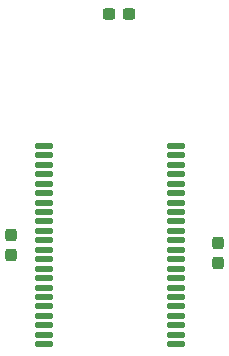
<source format=gbr>
%TF.GenerationSoftware,KiCad,Pcbnew,6.0.1+dfsg-1*%
%TF.CreationDate,2022-03-06T17:25:59+02:00*%
%TF.ProjectId,ram_board,72616d5f-626f-4617-9264-2e6b69636164,rev?*%
%TF.SameCoordinates,Original*%
%TF.FileFunction,Paste,Top*%
%TF.FilePolarity,Positive*%
%FSLAX46Y46*%
G04 Gerber Fmt 4.6, Leading zero omitted, Abs format (unit mm)*
G04 Created by KiCad (PCBNEW 6.0.1+dfsg-1) date 2022-03-06 17:25:59*
%MOMM*%
%LPD*%
G01*
G04 APERTURE LIST*
G04 Aperture macros list*
%AMRoundRect*
0 Rectangle with rounded corners*
0 $1 Rounding radius*
0 $2 $3 $4 $5 $6 $7 $8 $9 X,Y pos of 4 corners*
0 Add a 4 corners polygon primitive as box body*
4,1,4,$2,$3,$4,$5,$6,$7,$8,$9,$2,$3,0*
0 Add four circle primitives for the rounded corners*
1,1,$1+$1,$2,$3*
1,1,$1+$1,$4,$5*
1,1,$1+$1,$6,$7*
1,1,$1+$1,$8,$9*
0 Add four rect primitives between the rounded corners*
20,1,$1+$1,$2,$3,$4,$5,0*
20,1,$1+$1,$4,$5,$6,$7,0*
20,1,$1+$1,$6,$7,$8,$9,0*
20,1,$1+$1,$8,$9,$2,$3,0*%
G04 Aperture macros list end*
%ADD10RoundRect,0.137500X-0.625000X-0.137500X0.625000X-0.137500X0.625000X0.137500X-0.625000X0.137500X0*%
%ADD11RoundRect,0.237500X-0.300000X-0.237500X0.300000X-0.237500X0.300000X0.237500X-0.300000X0.237500X0*%
%ADD12RoundRect,0.237500X0.237500X-0.300000X0.237500X0.300000X-0.237500X0.300000X-0.237500X-0.300000X0*%
%ADD13RoundRect,0.237500X-0.237500X0.300000X-0.237500X-0.300000X0.237500X-0.300000X0.237500X0.300000X0*%
G04 APERTURE END LIST*
D10*
%TO.C,U1*%
X56892500Y-51580000D03*
X56892500Y-52380000D03*
X56892500Y-53180000D03*
X56892500Y-53980000D03*
X56892500Y-54780000D03*
X56892500Y-55580000D03*
X56892500Y-56380000D03*
X56892500Y-57180000D03*
X56892500Y-57980000D03*
X56892500Y-58780000D03*
X56892500Y-59580000D03*
X56892500Y-60380000D03*
X56892500Y-61180000D03*
X56892500Y-61980000D03*
X56892500Y-62780000D03*
X56892500Y-63580000D03*
X56892500Y-64380000D03*
X56892500Y-65180000D03*
X56892500Y-65980000D03*
X56892500Y-66780000D03*
X56892500Y-67580000D03*
X56892500Y-68380000D03*
X68067500Y-68380000D03*
X68067500Y-67580000D03*
X68067500Y-66780000D03*
X68067500Y-65980000D03*
X68067500Y-65180000D03*
X68067500Y-64380000D03*
X68067500Y-63580000D03*
X68067500Y-62780000D03*
X68067500Y-61980000D03*
X68067500Y-61180000D03*
X68067500Y-60380000D03*
X68067500Y-59580000D03*
X68067500Y-58780000D03*
X68067500Y-57980000D03*
X68067500Y-57180000D03*
X68067500Y-56380000D03*
X68067500Y-55580000D03*
X68067500Y-54780000D03*
X68067500Y-53980000D03*
X68067500Y-53180000D03*
X68067500Y-52380000D03*
X68067500Y-51580000D03*
%TD*%
D11*
%TO.C,C3*%
X62347500Y-40380000D03*
X64072500Y-40380000D03*
%TD*%
D12*
%TO.C,C2*%
X71640000Y-61502500D03*
X71640000Y-59777500D03*
%TD*%
D13*
%TO.C,C1*%
X54090000Y-59107500D03*
X54090000Y-60832500D03*
%TD*%
M02*

</source>
